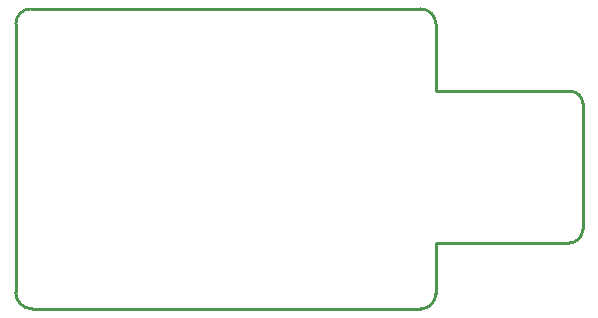
<source format=gm1>
G04 Layer_Color=16711935*
%FSLAX25Y25*%
%MOIN*%
G70*
G01*
G75*
%ADD28C,0.01000*%
D28*
X135000Y7500D02*
G03*
X140000Y12500I0J5000D01*
G01*
Y102500D02*
G03*
X135000Y107500I-5000J0D01*
G01*
X0Y13000D02*
G03*
X5500Y7500I5500J0D01*
G01*
X5000Y107500D02*
G03*
X0Y102500I0J-5000D01*
G01*
X188976Y76000D02*
G03*
X185000Y80000I-3988J12D01*
G01*
X184500Y29500D02*
G03*
X188976Y33976I0J4476D01*
G01*
X140000Y80000D02*
Y84500D01*
Y102500D01*
X5000Y107500D02*
X135000D01*
X140000Y12500D02*
Y29500D01*
X5500Y7500D02*
X135000D01*
X0Y13000D02*
Y102500D01*
X140000Y80000D02*
X185000D01*
X140000Y29500D02*
X184500D01*
X188976Y33976D02*
Y76000D01*
M02*

</source>
